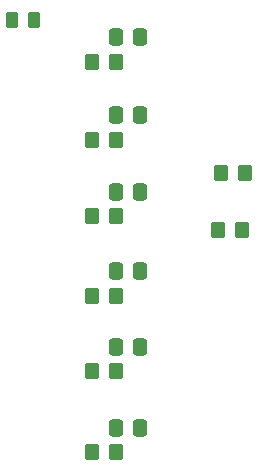
<source format=gbp>
G04 #@! TF.GenerationSoftware,KiCad,Pcbnew,(6.0.6)*
G04 #@! TF.CreationDate,2022-08-29T16:00:50+02:00*
G04 #@! TF.ProjectId,adc-board-six-channels,6164632d-626f-4617-9264-2d7369782d63,rev?*
G04 #@! TF.SameCoordinates,Original*
G04 #@! TF.FileFunction,Paste,Bot*
G04 #@! TF.FilePolarity,Positive*
%FSLAX46Y46*%
G04 Gerber Fmt 4.6, Leading zero omitted, Abs format (unit mm)*
G04 Created by KiCad (PCBNEW (6.0.6)) date 2022-08-29 16:00:50*
%MOMM*%
%LPD*%
G01*
G04 APERTURE LIST*
G04 Aperture macros list*
%AMRoundRect*
0 Rectangle with rounded corners*
0 $1 Rounding radius*
0 $2 $3 $4 $5 $6 $7 $8 $9 X,Y pos of 4 corners*
0 Add a 4 corners polygon primitive as box body*
4,1,4,$2,$3,$4,$5,$6,$7,$8,$9,$2,$3,0*
0 Add four circle primitives for the rounded corners*
1,1,$1+$1,$2,$3*
1,1,$1+$1,$4,$5*
1,1,$1+$1,$6,$7*
1,1,$1+$1,$8,$9*
0 Add four rect primitives between the rounded corners*
20,1,$1+$1,$2,$3,$4,$5,0*
20,1,$1+$1,$4,$5,$6,$7,0*
20,1,$1+$1,$6,$7,$8,$9,0*
20,1,$1+$1,$8,$9,$2,$3,0*%
G04 Aperture macros list end*
%ADD10RoundRect,0.250000X-0.350000X-0.450000X0.350000X-0.450000X0.350000X0.450000X-0.350000X0.450000X0*%
%ADD11RoundRect,0.250000X0.337500X0.475000X-0.337500X0.475000X-0.337500X-0.475000X0.337500X-0.475000X0*%
%ADD12RoundRect,0.250000X0.350000X0.450000X-0.350000X0.450000X-0.350000X-0.450000X0.350000X-0.450000X0*%
%ADD13RoundRect,0.250000X-0.262500X-0.450000X0.262500X-0.450000X0.262500X0.450000X-0.262500X0.450000X0*%
G04 APERTURE END LIST*
D10*
X87967950Y-21630000D03*
X89967950Y-21630000D03*
D11*
X92030450Y-32663000D03*
X89955450Y-32663000D03*
X92030450Y-26186000D03*
X89955450Y-26186000D03*
D10*
X87967950Y-41442000D03*
X89967950Y-41442000D03*
D12*
X100635950Y-35854000D03*
X98635950Y-35854000D03*
D11*
X92037450Y-52618000D03*
X89962450Y-52618000D03*
X92030450Y-19582000D03*
X89955450Y-19582000D03*
X92030450Y-45796500D03*
X89955450Y-45796500D03*
D13*
X81201950Y-18074400D03*
X83026950Y-18074400D03*
D10*
X87967950Y-54650000D03*
X89967950Y-54650000D03*
X98873950Y-31028000D03*
X100873950Y-31028000D03*
D11*
X92030450Y-39341000D03*
X89955450Y-39341000D03*
D10*
X87967950Y-28234000D03*
X89967950Y-28234000D03*
X87967950Y-47842800D03*
X89967950Y-47842800D03*
X87948950Y-34736400D03*
X89948950Y-34736400D03*
M02*

</source>
